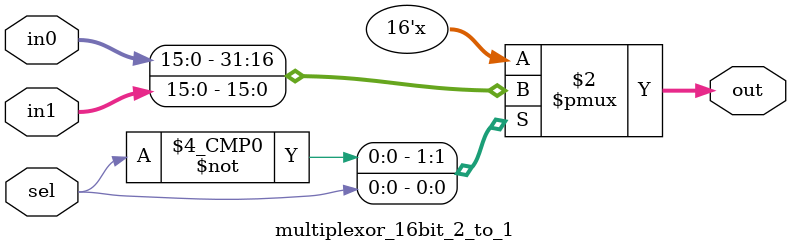
<source format=v>
`timescale 1ns / 1ps


module multiplexor_16bit_2_to_1(
    input [15:0] in0,
    input [15:0] in1,
    input sel,
    output reg [15:0] out
);

always @(in0 or in1 or sel) begin
    
    case(sel)
        0: out <= in0;
        1: out <= in1;
        default: out <= 16'hFFFF;
    endcase
    
end
endmodule

</source>
